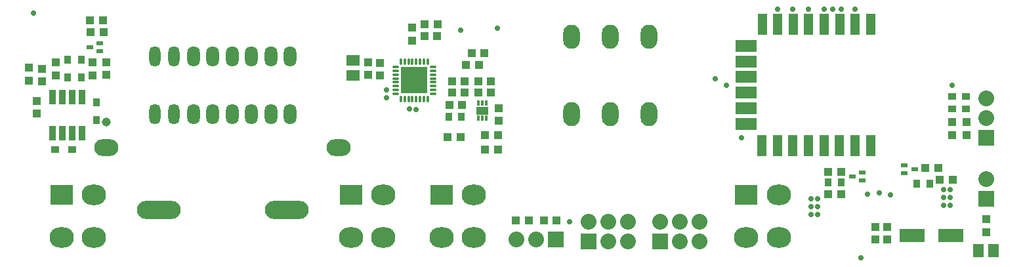
<source format=gts>
G04 Layer_Color=8388736*
%FSLAX24Y24*%
%MOIN*%
G70*
G01*
G75*
%ADD67R,0.0154X0.0291*%
%ADD68R,0.0409X0.0449*%
%ADD69R,0.0449X0.0409*%
%ADD70R,0.0449X0.0449*%
%ADD71R,0.0449X0.0449*%
%ADD72R,0.0505X0.1055*%
%ADD73R,0.1055X0.0605*%
%ADD74R,0.1354X0.1354*%
%ADD75O,0.0331X0.0154*%
%ADD76O,0.0154X0.0331*%
%ADD77R,0.0528X0.0685*%
%ADD78R,0.0685X0.0528*%
%ADD79R,0.0449X0.0370*%
%ADD80R,0.0370X0.0449*%
%ADD81R,0.0390X0.0370*%
%ADD82R,0.0370X0.0390*%
%ADD83R,0.0331X0.0213*%
%ADD84R,0.0339X0.0756*%
%ADD85R,0.1315X0.0685*%
%ADD86R,0.0626X0.0409*%
%ADD87C,0.0803*%
%ADD88R,0.0803X0.0803*%
%ADD89O,0.1236X0.0843*%
%ADD90O,0.2220X0.0921*%
%ADD91O,0.0567X0.1039*%
%ADD92O,0.0646X0.1039*%
%ADD93C,0.0291*%
%ADD94R,0.0803X0.0803*%
%ADD95O,0.1236X0.1039*%
%ADD96R,0.1157X0.1039*%
%ADD97O,0.0843X0.1236*%
%ADD98C,0.0449*%
D67*
X23425Y8091D02*
D03*
X23622D02*
D03*
X23819D02*
D03*
Y7343D02*
D03*
X23622D02*
D03*
X23425D02*
D03*
D68*
X21870Y6378D02*
D03*
X22539D02*
D03*
X4370Y12303D02*
D03*
X3701D02*
D03*
X3720Y11693D02*
D03*
X4390D02*
D03*
X46122Y4803D02*
D03*
X46791D02*
D03*
X25335Y2126D02*
D03*
X26004D02*
D03*
X41870Y3465D02*
D03*
X41201D02*
D03*
X41870Y4606D02*
D03*
X41201D02*
D03*
X21358Y12087D02*
D03*
X20689D02*
D03*
X23465Y10039D02*
D03*
X22795D02*
D03*
X47539Y4213D02*
D03*
X46870D02*
D03*
X24429Y6457D02*
D03*
X23760D02*
D03*
Y5748D02*
D03*
X24429D02*
D03*
D69*
X49213Y2205D02*
D03*
Y1535D02*
D03*
X3839Y9508D02*
D03*
Y10177D02*
D03*
X48228Y7146D02*
D03*
Y6476D02*
D03*
X47480Y7146D02*
D03*
Y6476D02*
D03*
X20079Y11280D02*
D03*
Y11949D02*
D03*
X1969Y10177D02*
D03*
Y9508D02*
D03*
X591Y9232D02*
D03*
Y9902D02*
D03*
D70*
X21339Y11496D02*
D03*
X20709D02*
D03*
X23425Y8622D02*
D03*
X24055D02*
D03*
X23425Y9213D02*
D03*
X24055D02*
D03*
X27402Y2126D02*
D03*
X26772D02*
D03*
X23110Y10630D02*
D03*
X23740D02*
D03*
X21969Y7992D02*
D03*
X22598D02*
D03*
X22087Y9213D02*
D03*
X22717D02*
D03*
X22087Y8622D02*
D03*
X22717D02*
D03*
D71*
X17835Y9528D02*
D03*
Y10157D02*
D03*
X1260Y9213D02*
D03*
Y9843D02*
D03*
X4528Y9528D02*
D03*
Y10157D02*
D03*
X24449Y7205D02*
D03*
Y7835D02*
D03*
X43602Y1161D02*
D03*
Y1791D02*
D03*
X984Y7559D02*
D03*
Y8189D02*
D03*
X44193Y1161D02*
D03*
Y1791D02*
D03*
X18425Y10118D02*
D03*
Y9488D02*
D03*
D72*
X40202Y12085D02*
D03*
X41002D02*
D03*
X41782D02*
D03*
X42572D02*
D03*
X43352D02*
D03*
X39422D02*
D03*
X38642D02*
D03*
X37852D02*
D03*
X37842Y5935D02*
D03*
X38632D02*
D03*
X39412D02*
D03*
X40202Y5945D02*
D03*
X40992D02*
D03*
X41772D02*
D03*
X42572D02*
D03*
X43352D02*
D03*
D73*
X37032Y10985D02*
D03*
Y10205D02*
D03*
Y9425D02*
D03*
Y8625D02*
D03*
Y7845D02*
D03*
Y7045D02*
D03*
D74*
X20177Y9252D02*
D03*
D75*
X19213Y9941D02*
D03*
Y9744D02*
D03*
Y9547D02*
D03*
Y9350D02*
D03*
Y9154D02*
D03*
Y8957D02*
D03*
Y8760D02*
D03*
Y8563D02*
D03*
X21142D02*
D03*
Y8760D02*
D03*
Y8957D02*
D03*
Y9154D02*
D03*
Y9350D02*
D03*
Y9547D02*
D03*
Y9744D02*
D03*
Y9941D02*
D03*
D76*
X19488Y8287D02*
D03*
X19685D02*
D03*
X19882D02*
D03*
X20079D02*
D03*
X20276D02*
D03*
X20472D02*
D03*
X20669D02*
D03*
X20866D02*
D03*
Y10217D02*
D03*
X20669D02*
D03*
X20472D02*
D03*
X20276D02*
D03*
X20079D02*
D03*
X19882D02*
D03*
X19685D02*
D03*
X19488D02*
D03*
D77*
X48840Y591D02*
D03*
X49585D02*
D03*
D78*
X17047Y10254D02*
D03*
Y9509D02*
D03*
D79*
X47480Y7785D02*
D03*
Y8435D02*
D03*
X48189Y7785D02*
D03*
Y8435D02*
D03*
D80*
X45699Y4016D02*
D03*
X46348D02*
D03*
X41860Y4055D02*
D03*
X41211D02*
D03*
X22569Y7402D02*
D03*
X21919D02*
D03*
D81*
X2805Y5728D02*
D03*
X1919D02*
D03*
D82*
X2559Y10285D02*
D03*
Y9400D02*
D03*
X3248Y9400D02*
D03*
Y10285D02*
D03*
X4035Y8120D02*
D03*
Y7234D02*
D03*
D83*
X3681Y10945D02*
D03*
X4193Y11145D02*
D03*
Y10745D02*
D03*
X45581Y4744D02*
D03*
X45069Y4544D02*
D03*
Y4944D02*
D03*
X42421Y4370D02*
D03*
X42933Y4570D02*
D03*
Y4170D02*
D03*
D84*
X2809Y8402D02*
D03*
X3309D02*
D03*
X1809D02*
D03*
X2309D02*
D03*
X3309Y6559D02*
D03*
X1809D02*
D03*
X2309D02*
D03*
X2809D02*
D03*
D85*
X47441Y1378D02*
D03*
X45472D02*
D03*
D86*
X23622Y7717D02*
D03*
D87*
X31035Y2083D02*
D03*
Y1083D02*
D03*
X30035D02*
D03*
X29035Y2083D02*
D03*
X30035D02*
D03*
X34677D02*
D03*
Y1083D02*
D03*
X33677D02*
D03*
X32677Y2083D02*
D03*
X33677D02*
D03*
X26378Y1181D02*
D03*
X25378D02*
D03*
X49213Y7346D02*
D03*
Y8346D02*
D03*
Y4248D02*
D03*
D88*
X29035Y1083D02*
D03*
X32677D02*
D03*
X27378Y1181D02*
D03*
D89*
X16339Y5827D02*
D03*
X4528D02*
D03*
D90*
X7185Y2677D02*
D03*
X13681D02*
D03*
D91*
X6988Y10472D02*
D03*
X7972D02*
D03*
Y7520D02*
D03*
X6988D02*
D03*
D92*
X9941Y10472D02*
D03*
X11909D02*
D03*
X12894D02*
D03*
X13878D02*
D03*
X10925D02*
D03*
X8957D02*
D03*
Y7520D02*
D03*
X10925D02*
D03*
X13878D02*
D03*
X12894D02*
D03*
X11909D02*
D03*
X9941D02*
D03*
D93*
X41850Y12874D02*
D03*
X40984D02*
D03*
X40197D02*
D03*
X38622D02*
D03*
X22539Y11811D02*
D03*
X24409Y11909D02*
D03*
X40669Y2835D02*
D03*
Y2441D02*
D03*
X42854Y236D02*
D03*
X40669Y3228D02*
D03*
X827Y12677D02*
D03*
X42559Y12874D02*
D03*
X41417D02*
D03*
X39409D02*
D03*
X35472Y9331D02*
D03*
X36811Y6339D02*
D03*
X47047Y3307D02*
D03*
X43780Y3543D02*
D03*
X44370Y3425D02*
D03*
X47047Y2913D02*
D03*
X47402D02*
D03*
X40315Y2441D02*
D03*
Y3228D02*
D03*
X47402Y3307D02*
D03*
X40315Y2835D02*
D03*
X47047Y3701D02*
D03*
X47402D02*
D03*
X36024Y9016D02*
D03*
X19921Y7795D02*
D03*
X20276Y7756D02*
D03*
X28051Y2067D02*
D03*
X18760Y8760D02*
D03*
X18775Y8376D02*
D03*
X43189Y3465D02*
D03*
X47480Y9016D02*
D03*
D94*
X49213Y6346D02*
D03*
Y3248D02*
D03*
D95*
X3909Y3445D02*
D03*
X2256Y1280D02*
D03*
X3909D02*
D03*
X38689D02*
D03*
X37035D02*
D03*
X38689Y3445D02*
D03*
X23205D02*
D03*
X21551Y1280D02*
D03*
X23205D02*
D03*
X18610D02*
D03*
X16957D02*
D03*
X18610Y3445D02*
D03*
D96*
X2256D02*
D03*
X37035D02*
D03*
X21551D02*
D03*
X16957D02*
D03*
D97*
X28150Y7520D02*
D03*
X30118D02*
D03*
X32087D02*
D03*
Y11457D02*
D03*
X30118D02*
D03*
X28150D02*
D03*
D98*
X4528Y7126D02*
D03*
M02*

</source>
